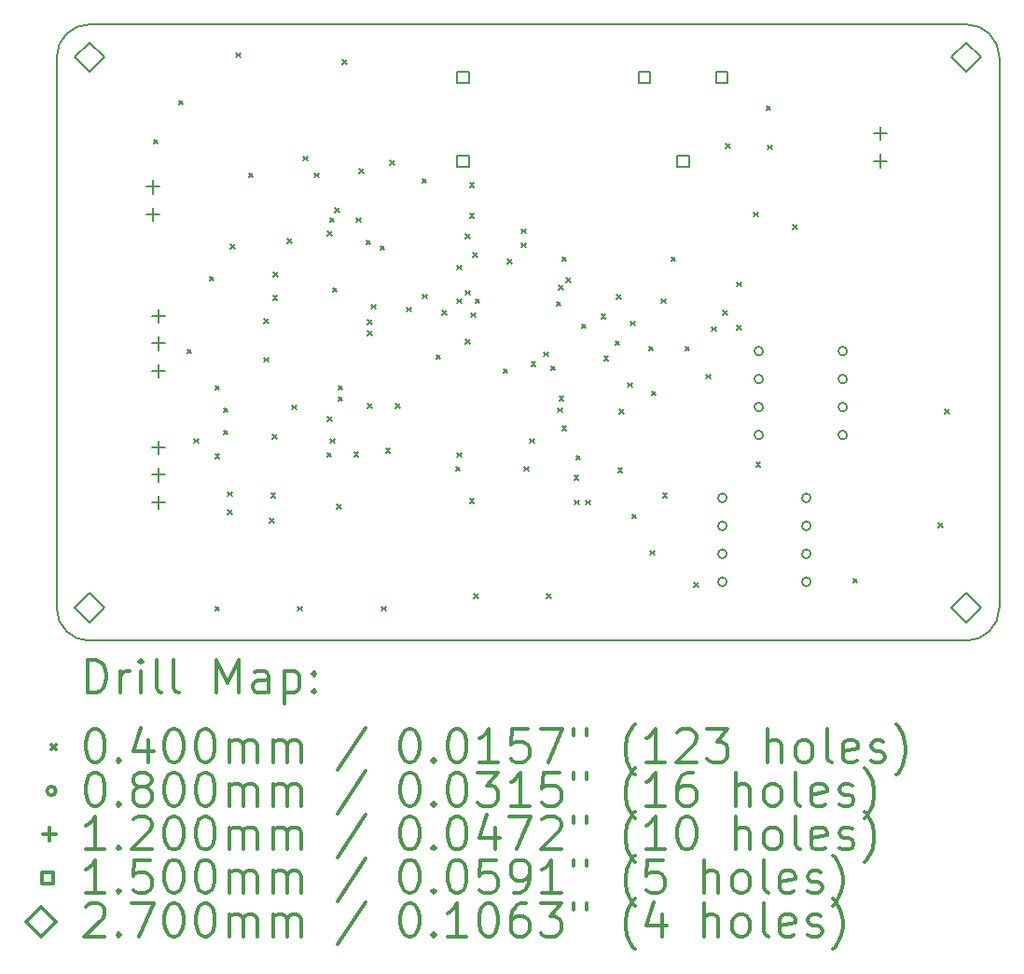
<source format=gbr>
%FSLAX45Y45*%
G04 Gerber Fmt 4.5, Leading zero omitted, Abs format (unit mm)*
G04 Created by KiCad (PCBNEW (5.1.10)-1) date 2022-02-21 21:55:54*
%MOMM*%
%LPD*%
G01*
G04 APERTURE LIST*
%TA.AperFunction,Profile*%
%ADD10C,0.150000*%
%TD*%
%ADD11C,0.200000*%
%ADD12C,0.300000*%
G04 APERTURE END LIST*
D10*
X15300000Y-15100000D02*
G75*
G02*
X15000000Y-14800000I0J300000D01*
G01*
X23558800Y-14800000D02*
G75*
G02*
X23258800Y-15100000I-300000J0D01*
G01*
X23258800Y-9500000D02*
G75*
G02*
X23558800Y-9800000I0J-300000D01*
G01*
X15000000Y-9800000D02*
G75*
G02*
X15300000Y-9500000I300000J0D01*
G01*
X15300000Y-9500000D02*
X23258800Y-9500000D01*
X15300000Y-15100000D02*
X23258800Y-15100000D01*
X23558800Y-9800000D02*
X23558800Y-14800000D01*
X15000000Y-9800000D02*
X15000000Y-14800000D01*
D11*
X15880400Y-10546400D02*
X15920400Y-10586400D01*
X15920400Y-10546400D02*
X15880400Y-10586400D01*
X16109000Y-10190800D02*
X16149000Y-10230800D01*
X16149000Y-10190800D02*
X16109000Y-10230800D01*
X16185200Y-12451400D02*
X16225200Y-12491400D01*
X16225200Y-12451400D02*
X16185200Y-12491400D01*
X16248700Y-13264200D02*
X16288700Y-13304200D01*
X16288700Y-13264200D02*
X16248700Y-13304200D01*
X16388400Y-11791000D02*
X16428400Y-11831000D01*
X16428400Y-11791000D02*
X16388400Y-11831000D01*
X16439200Y-12781600D02*
X16479200Y-12821600D01*
X16479200Y-12781600D02*
X16439200Y-12821600D01*
X16439200Y-13403900D02*
X16479200Y-13443900D01*
X16479200Y-13403900D02*
X16439200Y-13443900D01*
X16439200Y-14788200D02*
X16479200Y-14828200D01*
X16479200Y-14788200D02*
X16439200Y-14828200D01*
X16515400Y-12984800D02*
X16555400Y-13024800D01*
X16555400Y-12984800D02*
X16515400Y-13024800D01*
X16515400Y-13188000D02*
X16555400Y-13228000D01*
X16555400Y-13188000D02*
X16515400Y-13228000D01*
X16550001Y-13746800D02*
X16590001Y-13786800D01*
X16590001Y-13746800D02*
X16550001Y-13786800D01*
X16553500Y-13911900D02*
X16593500Y-13951900D01*
X16593500Y-13911900D02*
X16553500Y-13951900D01*
X16578900Y-11498900D02*
X16618900Y-11538900D01*
X16618900Y-11498900D02*
X16578900Y-11538900D01*
X16629700Y-9759000D02*
X16669700Y-9799000D01*
X16669700Y-9759000D02*
X16629700Y-9799000D01*
X16744000Y-10851200D02*
X16784000Y-10891200D01*
X16784000Y-10851200D02*
X16744000Y-10891200D01*
X16883700Y-12175003D02*
X16923700Y-12215003D01*
X16923700Y-12175003D02*
X16883700Y-12215003D01*
X16883700Y-12527600D02*
X16923700Y-12567600D01*
X16923700Y-12527600D02*
X16883700Y-12567600D01*
X16934500Y-13988100D02*
X16974500Y-14028100D01*
X16974500Y-13988100D02*
X16934500Y-14028100D01*
X16947200Y-13759500D02*
X16987200Y-13799500D01*
X16987200Y-13759500D02*
X16947200Y-13799500D01*
X16957360Y-13224543D02*
X16997360Y-13264543D01*
X16997360Y-13224543D02*
X16957360Y-13264543D01*
X16962941Y-11967209D02*
X17002941Y-12007209D01*
X17002941Y-11967209D02*
X16962941Y-12007209D01*
X16969998Y-11755356D02*
X17009998Y-11795356D01*
X17009998Y-11755356D02*
X16969998Y-11795356D01*
X17092055Y-11446355D02*
X17132055Y-11486355D01*
X17132055Y-11446355D02*
X17092055Y-11486355D01*
X17137700Y-12959400D02*
X17177700Y-12999400D01*
X17177700Y-12959400D02*
X17137700Y-12999400D01*
X17188500Y-14788200D02*
X17228500Y-14828200D01*
X17228500Y-14788200D02*
X17188500Y-14828200D01*
X17239300Y-10698800D02*
X17279300Y-10738800D01*
X17279300Y-10698800D02*
X17239300Y-10738800D01*
X17340900Y-10851200D02*
X17380900Y-10891200D01*
X17380900Y-10851200D02*
X17340900Y-10891200D01*
X17455200Y-13391200D02*
X17495200Y-13431200D01*
X17495200Y-13391200D02*
X17455200Y-13431200D01*
X17458699Y-13066943D02*
X17498699Y-13106943D01*
X17498699Y-13066943D02*
X17458699Y-13106943D01*
X17460661Y-11382739D02*
X17500661Y-11422739D01*
X17500661Y-11382739D02*
X17460661Y-11422739D01*
X17480600Y-11257600D02*
X17520600Y-11297600D01*
X17520600Y-11257600D02*
X17480600Y-11297600D01*
X17484099Y-13264200D02*
X17524099Y-13304200D01*
X17524099Y-13264200D02*
X17484099Y-13304200D01*
X17506000Y-11892600D02*
X17546000Y-11932600D01*
X17546000Y-11892600D02*
X17506000Y-11932600D01*
X17527385Y-11169218D02*
X17567385Y-11209218D01*
X17567385Y-11169218D02*
X17527385Y-11209218D01*
X17544100Y-13861100D02*
X17584100Y-13901100D01*
X17584100Y-13861100D02*
X17544100Y-13901100D01*
X17556800Y-12781600D02*
X17596800Y-12821600D01*
X17596800Y-12781600D02*
X17556800Y-12821600D01*
X17556800Y-12883200D02*
X17596800Y-12923200D01*
X17596800Y-12883200D02*
X17556800Y-12923200D01*
X17594900Y-9822500D02*
X17634900Y-9862500D01*
X17634900Y-9822500D02*
X17594900Y-9862500D01*
X17700250Y-13387450D02*
X17740250Y-13427450D01*
X17740250Y-13387450D02*
X17700250Y-13427450D01*
X17721900Y-11257600D02*
X17761900Y-11297600D01*
X17761900Y-11257600D02*
X17721900Y-11297600D01*
X17747300Y-10813100D02*
X17787300Y-10853100D01*
X17787300Y-10813100D02*
X17747300Y-10853100D01*
X17810800Y-11460800D02*
X17850800Y-11500800D01*
X17850800Y-11460800D02*
X17810800Y-11500800D01*
X17823500Y-12184700D02*
X17863500Y-12224700D01*
X17863500Y-12184700D02*
X17823500Y-12224700D01*
X17823500Y-12286300D02*
X17863500Y-12326300D01*
X17863500Y-12286300D02*
X17823500Y-12326300D01*
X17823500Y-12946700D02*
X17863500Y-12986700D01*
X17863500Y-12946700D02*
X17823500Y-12986700D01*
X17857798Y-12045000D02*
X17897798Y-12085000D01*
X17897798Y-12045000D02*
X17857798Y-12085000D01*
X17937800Y-11511600D02*
X17977800Y-11551600D01*
X17977800Y-11511600D02*
X17937800Y-11551600D01*
X17950500Y-14788200D02*
X17990500Y-14828200D01*
X17990500Y-14788200D02*
X17950500Y-14828200D01*
X17988600Y-13353100D02*
X18028600Y-13393100D01*
X18028600Y-13353100D02*
X17988600Y-13393100D01*
X18026700Y-10736900D02*
X18066700Y-10776900D01*
X18066700Y-10736900D02*
X18026700Y-10776900D01*
X18077500Y-12946700D02*
X18117500Y-12986700D01*
X18117500Y-12946700D02*
X18077500Y-12986700D01*
X18179100Y-12070400D02*
X18219100Y-12110400D01*
X18219100Y-12070400D02*
X18179100Y-12110400D01*
X18318800Y-10902000D02*
X18358800Y-10942000D01*
X18358800Y-10902000D02*
X18318800Y-10942000D01*
X18323880Y-11951020D02*
X18363880Y-11991020D01*
X18363880Y-11951020D02*
X18323880Y-11991020D01*
X18445800Y-12502200D02*
X18485800Y-12542200D01*
X18485800Y-12502200D02*
X18445800Y-12542200D01*
X18499629Y-12100571D02*
X18539629Y-12140571D01*
X18539629Y-12100571D02*
X18499629Y-12140571D01*
X18623600Y-13518200D02*
X18663600Y-13558200D01*
X18663600Y-13518200D02*
X18623600Y-13558200D01*
X18636300Y-11689400D02*
X18676300Y-11729400D01*
X18676300Y-11689400D02*
X18636300Y-11729400D01*
X18636300Y-11994200D02*
X18676300Y-12034200D01*
X18676300Y-11994200D02*
X18636300Y-12034200D01*
X18636300Y-13391200D02*
X18676300Y-13431200D01*
X18676300Y-13391200D02*
X18636300Y-13431200D01*
X18709001Y-11406501D02*
X18749001Y-11446501D01*
X18749001Y-11406501D02*
X18709001Y-11446501D01*
X18712500Y-11918000D02*
X18752500Y-11958000D01*
X18752500Y-11918000D02*
X18712500Y-11958000D01*
X18713701Y-12363701D02*
X18753701Y-12403701D01*
X18753701Y-12363701D02*
X18713701Y-12403701D01*
X18750600Y-10940100D02*
X18790600Y-10980100D01*
X18790600Y-10940100D02*
X18750600Y-10980100D01*
X18750600Y-11219500D02*
X18790600Y-11259500D01*
X18790600Y-11219500D02*
X18750600Y-11259500D01*
X18750600Y-13810300D02*
X18790600Y-13850300D01*
X18790600Y-13810300D02*
X18750600Y-13850300D01*
X18763300Y-12121200D02*
X18803300Y-12161200D01*
X18803300Y-12121200D02*
X18763300Y-12161200D01*
X18781702Y-11575100D02*
X18821702Y-11615100D01*
X18821702Y-11575100D02*
X18781702Y-11615100D01*
X18788700Y-14673900D02*
X18828700Y-14713900D01*
X18828700Y-14673900D02*
X18788700Y-14713900D01*
X18801400Y-11994200D02*
X18841400Y-12034200D01*
X18841400Y-11994200D02*
X18801400Y-12034200D01*
X19055400Y-12629200D02*
X19095400Y-12669200D01*
X19095400Y-12629200D02*
X19055400Y-12669200D01*
X19095043Y-11635361D02*
X19135043Y-11675361D01*
X19135043Y-11635361D02*
X19095043Y-11675361D01*
X19220500Y-11359200D02*
X19260500Y-11399200D01*
X19260500Y-11359200D02*
X19220500Y-11399200D01*
X19220500Y-11486200D02*
X19260500Y-11526200D01*
X19260500Y-11486200D02*
X19220500Y-11526200D01*
X19245900Y-13518200D02*
X19285900Y-13558200D01*
X19285900Y-13518200D02*
X19245900Y-13558200D01*
X19293201Y-13264200D02*
X19333201Y-13304200D01*
X19333201Y-13264200D02*
X19293201Y-13304200D01*
X19309400Y-12565700D02*
X19349400Y-12605700D01*
X19349400Y-12565700D02*
X19309400Y-12605700D01*
X19423700Y-12476800D02*
X19463700Y-12516800D01*
X19463700Y-12476800D02*
X19423700Y-12516800D01*
X19449100Y-14673900D02*
X19489100Y-14713900D01*
X19489100Y-14673900D02*
X19449100Y-14713900D01*
X19487200Y-12603800D02*
X19527200Y-12643800D01*
X19527200Y-12603800D02*
X19487200Y-12643800D01*
X19538000Y-12019600D02*
X19578000Y-12059600D01*
X19578000Y-12019600D02*
X19538000Y-12059600D01*
X19550700Y-12984800D02*
X19590700Y-13024800D01*
X19590700Y-12984800D02*
X19550700Y-13024800D01*
X19556189Y-11874411D02*
X19596189Y-11914411D01*
X19596189Y-11874411D02*
X19556189Y-11914411D01*
X19561800Y-12879199D02*
X19601800Y-12919199D01*
X19601800Y-12879199D02*
X19561800Y-12919199D01*
X19588800Y-11613200D02*
X19628800Y-11653200D01*
X19628800Y-11613200D02*
X19588800Y-11653200D01*
X19588800Y-13149900D02*
X19628800Y-13189900D01*
X19628800Y-13149900D02*
X19588800Y-13189900D01*
X19626900Y-11803700D02*
X19666900Y-11843700D01*
X19666900Y-11803700D02*
X19626900Y-11843700D01*
X19698208Y-13598037D02*
X19738208Y-13638037D01*
X19738208Y-13598037D02*
X19698208Y-13638037D01*
X19703100Y-13823000D02*
X19743100Y-13863000D01*
X19743100Y-13823000D02*
X19703100Y-13863000D01*
X19715800Y-13416600D02*
X19755800Y-13456600D01*
X19755800Y-13416600D02*
X19715800Y-13456600D01*
X19766600Y-12222800D02*
X19806600Y-12262800D01*
X19806600Y-12222800D02*
X19766600Y-12262800D01*
X19804700Y-13823000D02*
X19844700Y-13863000D01*
X19844700Y-13823000D02*
X19804700Y-13863000D01*
X19944400Y-12133900D02*
X19984400Y-12173900D01*
X19984400Y-12133900D02*
X19944400Y-12173900D01*
X19969800Y-12514900D02*
X20009800Y-12554900D01*
X20009800Y-12514900D02*
X19969800Y-12554900D01*
X20071400Y-12375200D02*
X20111400Y-12415200D01*
X20111400Y-12375200D02*
X20071400Y-12415200D01*
X20084100Y-11956100D02*
X20124100Y-11996100D01*
X20124100Y-11956100D02*
X20084100Y-11996100D01*
X20096800Y-13530900D02*
X20136800Y-13570900D01*
X20136800Y-13530900D02*
X20096800Y-13570900D01*
X20109500Y-12997500D02*
X20149500Y-13037500D01*
X20149500Y-12997500D02*
X20109500Y-13037500D01*
X20185700Y-12756200D02*
X20225700Y-12796200D01*
X20225700Y-12756200D02*
X20185700Y-12796200D01*
X20211100Y-12197400D02*
X20251100Y-12237400D01*
X20251100Y-12197400D02*
X20211100Y-12237400D01*
X20223800Y-13950000D02*
X20263800Y-13990000D01*
X20263800Y-13950000D02*
X20223800Y-13990000D01*
X20376200Y-12426000D02*
X20416200Y-12466000D01*
X20416200Y-12426000D02*
X20376200Y-12466000D01*
X20388900Y-14280200D02*
X20428900Y-14320200D01*
X20428900Y-14280200D02*
X20388900Y-14320200D01*
X20401600Y-12832400D02*
X20441600Y-12872400D01*
X20441600Y-12832400D02*
X20401600Y-12872400D01*
X20490500Y-11994200D02*
X20530500Y-12034200D01*
X20530500Y-11994200D02*
X20490500Y-12034200D01*
X20503200Y-13759500D02*
X20543200Y-13799500D01*
X20543200Y-13759500D02*
X20503200Y-13799500D01*
X20579400Y-11613200D02*
X20619400Y-11653200D01*
X20619400Y-11613200D02*
X20579400Y-11653200D01*
X20706400Y-12426000D02*
X20746400Y-12466000D01*
X20746400Y-12426000D02*
X20706400Y-12466000D01*
X20787680Y-14569760D02*
X20827680Y-14609760D01*
X20827680Y-14569760D02*
X20787680Y-14609760D01*
X20896900Y-12680000D02*
X20936900Y-12720000D01*
X20936900Y-12680000D02*
X20896900Y-12720000D01*
X20947700Y-12248200D02*
X20987700Y-12288200D01*
X20987700Y-12248200D02*
X20947700Y-12288200D01*
X21049300Y-12098848D02*
X21089300Y-12138848D01*
X21089300Y-12098848D02*
X21049300Y-12138848D01*
X21074700Y-10584500D02*
X21114700Y-10624500D01*
X21114700Y-10584500D02*
X21074700Y-10624500D01*
X21176300Y-11841800D02*
X21216300Y-11881800D01*
X21216300Y-11841800D02*
X21176300Y-11881800D01*
X21176300Y-12235500D02*
X21216300Y-12275500D01*
X21216300Y-12235500D02*
X21176300Y-12275500D01*
X21328700Y-11206800D02*
X21368700Y-11246800D01*
X21368700Y-11206800D02*
X21328700Y-11246800D01*
X21349020Y-13482640D02*
X21389020Y-13522640D01*
X21389020Y-13482640D02*
X21349020Y-13522640D01*
X21443000Y-10241600D02*
X21483000Y-10281600D01*
X21483000Y-10241600D02*
X21443000Y-10281600D01*
X21455700Y-10597200D02*
X21495700Y-10637200D01*
X21495700Y-10597200D02*
X21455700Y-10637200D01*
X21684300Y-11321100D02*
X21724300Y-11361100D01*
X21724300Y-11321100D02*
X21684300Y-11361100D01*
X22230400Y-14534200D02*
X22270400Y-14574200D01*
X22270400Y-14534200D02*
X22230400Y-14574200D01*
X23007640Y-14031280D02*
X23047640Y-14071280D01*
X23047640Y-14031280D02*
X23007640Y-14071280D01*
X23066060Y-12994960D02*
X23106060Y-13034960D01*
X23106060Y-12994960D02*
X23066060Y-13034960D01*
X21083900Y-13802360D02*
G75*
G03*
X21083900Y-13802360I-40000J0D01*
G01*
X21083900Y-14056360D02*
G75*
G03*
X21083900Y-14056360I-40000J0D01*
G01*
X21083900Y-14310360D02*
G75*
G03*
X21083900Y-14310360I-40000J0D01*
G01*
X21083900Y-14564360D02*
G75*
G03*
X21083900Y-14564360I-40000J0D01*
G01*
X21414100Y-12468860D02*
G75*
G03*
X21414100Y-12468860I-40000J0D01*
G01*
X21414100Y-12722860D02*
G75*
G03*
X21414100Y-12722860I-40000J0D01*
G01*
X21414100Y-12976860D02*
G75*
G03*
X21414100Y-12976860I-40000J0D01*
G01*
X21414100Y-13230860D02*
G75*
G03*
X21414100Y-13230860I-40000J0D01*
G01*
X21845900Y-13802360D02*
G75*
G03*
X21845900Y-13802360I-40000J0D01*
G01*
X21845900Y-14056360D02*
G75*
G03*
X21845900Y-14056360I-40000J0D01*
G01*
X21845900Y-14310360D02*
G75*
G03*
X21845900Y-14310360I-40000J0D01*
G01*
X21845900Y-14564360D02*
G75*
G03*
X21845900Y-14564360I-40000J0D01*
G01*
X22176100Y-12468860D02*
G75*
G03*
X22176100Y-12468860I-40000J0D01*
G01*
X22176100Y-12722860D02*
G75*
G03*
X22176100Y-12722860I-40000J0D01*
G01*
X22176100Y-12976860D02*
G75*
G03*
X22176100Y-12976860I-40000J0D01*
G01*
X22176100Y-13230860D02*
G75*
G03*
X22176100Y-13230860I-40000J0D01*
G01*
X15875000Y-10916800D02*
X15875000Y-11036800D01*
X15815000Y-10976800D02*
X15935000Y-10976800D01*
X15875000Y-11166800D02*
X15875000Y-11286800D01*
X15815000Y-11226800D02*
X15935000Y-11226800D01*
X15925800Y-12089200D02*
X15925800Y-12209200D01*
X15865800Y-12149200D02*
X15985800Y-12149200D01*
X15925800Y-12339200D02*
X15925800Y-12459200D01*
X15865800Y-12399200D02*
X15985800Y-12399200D01*
X15925800Y-12589200D02*
X15925800Y-12709200D01*
X15865800Y-12649200D02*
X15985800Y-12649200D01*
X15925800Y-13283000D02*
X15925800Y-13403000D01*
X15865800Y-13343000D02*
X15985800Y-13343000D01*
X15925800Y-13533000D02*
X15925800Y-13653000D01*
X15865800Y-13593000D02*
X15985800Y-13593000D01*
X15925800Y-13783000D02*
X15925800Y-13903000D01*
X15865800Y-13843000D02*
X15985800Y-13843000D01*
X22481540Y-10430200D02*
X22481540Y-10550200D01*
X22421540Y-10490200D02*
X22541540Y-10490200D01*
X22481540Y-10680200D02*
X22481540Y-10800200D01*
X22421540Y-10740200D02*
X22541540Y-10740200D01*
X18740834Y-10036234D02*
X18740834Y-9930167D01*
X18634767Y-9930167D01*
X18634767Y-10036234D01*
X18740834Y-10036234D01*
X18740834Y-10796234D02*
X18740834Y-10690167D01*
X18634767Y-10690167D01*
X18634767Y-10796234D01*
X18740834Y-10796234D01*
X20390834Y-10036234D02*
X20390834Y-9930167D01*
X20284767Y-9930167D01*
X20284767Y-10036234D01*
X20390834Y-10036234D01*
X20740834Y-10796234D02*
X20740834Y-10690167D01*
X20634767Y-10690167D01*
X20634767Y-10796234D01*
X20740834Y-10796234D01*
X21090834Y-10036234D02*
X21090834Y-9930167D01*
X20984767Y-9930167D01*
X20984767Y-10036234D01*
X21090834Y-10036234D01*
X15300000Y-9935000D02*
X15435000Y-9800000D01*
X15300000Y-9665000D01*
X15165000Y-9800000D01*
X15300000Y-9935000D01*
X15300000Y-14935000D02*
X15435000Y-14800000D01*
X15300000Y-14665000D01*
X15165000Y-14800000D01*
X15300000Y-14935000D01*
X23258800Y-9935000D02*
X23393800Y-9800000D01*
X23258800Y-9665000D01*
X23123800Y-9800000D01*
X23258800Y-9935000D01*
X23258800Y-14935000D02*
X23393800Y-14800000D01*
X23258800Y-14665000D01*
X23123800Y-14800000D01*
X23258800Y-14935000D01*
D12*
X15278928Y-15573214D02*
X15278928Y-15273214D01*
X15350357Y-15273214D01*
X15393214Y-15287500D01*
X15421786Y-15316071D01*
X15436071Y-15344643D01*
X15450357Y-15401786D01*
X15450357Y-15444643D01*
X15436071Y-15501786D01*
X15421786Y-15530357D01*
X15393214Y-15558929D01*
X15350357Y-15573214D01*
X15278928Y-15573214D01*
X15578928Y-15573214D02*
X15578928Y-15373214D01*
X15578928Y-15430357D02*
X15593214Y-15401786D01*
X15607500Y-15387500D01*
X15636071Y-15373214D01*
X15664643Y-15373214D01*
X15764643Y-15573214D02*
X15764643Y-15373214D01*
X15764643Y-15273214D02*
X15750357Y-15287500D01*
X15764643Y-15301786D01*
X15778928Y-15287500D01*
X15764643Y-15273214D01*
X15764643Y-15301786D01*
X15950357Y-15573214D02*
X15921786Y-15558929D01*
X15907500Y-15530357D01*
X15907500Y-15273214D01*
X16107500Y-15573214D02*
X16078928Y-15558929D01*
X16064643Y-15530357D01*
X16064643Y-15273214D01*
X16450357Y-15573214D02*
X16450357Y-15273214D01*
X16550357Y-15487500D01*
X16650357Y-15273214D01*
X16650357Y-15573214D01*
X16921786Y-15573214D02*
X16921786Y-15416071D01*
X16907500Y-15387500D01*
X16878928Y-15373214D01*
X16821786Y-15373214D01*
X16793214Y-15387500D01*
X16921786Y-15558929D02*
X16893214Y-15573214D01*
X16821786Y-15573214D01*
X16793214Y-15558929D01*
X16778928Y-15530357D01*
X16778928Y-15501786D01*
X16793214Y-15473214D01*
X16821786Y-15458929D01*
X16893214Y-15458929D01*
X16921786Y-15444643D01*
X17064643Y-15373214D02*
X17064643Y-15673214D01*
X17064643Y-15387500D02*
X17093214Y-15373214D01*
X17150357Y-15373214D01*
X17178928Y-15387500D01*
X17193214Y-15401786D01*
X17207500Y-15430357D01*
X17207500Y-15516071D01*
X17193214Y-15544643D01*
X17178928Y-15558929D01*
X17150357Y-15573214D01*
X17093214Y-15573214D01*
X17064643Y-15558929D01*
X17336071Y-15544643D02*
X17350357Y-15558929D01*
X17336071Y-15573214D01*
X17321786Y-15558929D01*
X17336071Y-15544643D01*
X17336071Y-15573214D01*
X17336071Y-15387500D02*
X17350357Y-15401786D01*
X17336071Y-15416071D01*
X17321786Y-15401786D01*
X17336071Y-15387500D01*
X17336071Y-15416071D01*
X14952500Y-16047500D02*
X14992500Y-16087500D01*
X14992500Y-16047500D02*
X14952500Y-16087500D01*
X15336071Y-15903214D02*
X15364643Y-15903214D01*
X15393214Y-15917500D01*
X15407500Y-15931786D01*
X15421786Y-15960357D01*
X15436071Y-16017500D01*
X15436071Y-16088929D01*
X15421786Y-16146071D01*
X15407500Y-16174643D01*
X15393214Y-16188929D01*
X15364643Y-16203214D01*
X15336071Y-16203214D01*
X15307500Y-16188929D01*
X15293214Y-16174643D01*
X15278928Y-16146071D01*
X15264643Y-16088929D01*
X15264643Y-16017500D01*
X15278928Y-15960357D01*
X15293214Y-15931786D01*
X15307500Y-15917500D01*
X15336071Y-15903214D01*
X15564643Y-16174643D02*
X15578928Y-16188929D01*
X15564643Y-16203214D01*
X15550357Y-16188929D01*
X15564643Y-16174643D01*
X15564643Y-16203214D01*
X15836071Y-16003214D02*
X15836071Y-16203214D01*
X15764643Y-15888929D02*
X15693214Y-16103214D01*
X15878928Y-16103214D01*
X16050357Y-15903214D02*
X16078928Y-15903214D01*
X16107500Y-15917500D01*
X16121786Y-15931786D01*
X16136071Y-15960357D01*
X16150357Y-16017500D01*
X16150357Y-16088929D01*
X16136071Y-16146071D01*
X16121786Y-16174643D01*
X16107500Y-16188929D01*
X16078928Y-16203214D01*
X16050357Y-16203214D01*
X16021786Y-16188929D01*
X16007500Y-16174643D01*
X15993214Y-16146071D01*
X15978928Y-16088929D01*
X15978928Y-16017500D01*
X15993214Y-15960357D01*
X16007500Y-15931786D01*
X16021786Y-15917500D01*
X16050357Y-15903214D01*
X16336071Y-15903214D02*
X16364643Y-15903214D01*
X16393214Y-15917500D01*
X16407500Y-15931786D01*
X16421786Y-15960357D01*
X16436071Y-16017500D01*
X16436071Y-16088929D01*
X16421786Y-16146071D01*
X16407500Y-16174643D01*
X16393214Y-16188929D01*
X16364643Y-16203214D01*
X16336071Y-16203214D01*
X16307500Y-16188929D01*
X16293214Y-16174643D01*
X16278928Y-16146071D01*
X16264643Y-16088929D01*
X16264643Y-16017500D01*
X16278928Y-15960357D01*
X16293214Y-15931786D01*
X16307500Y-15917500D01*
X16336071Y-15903214D01*
X16564643Y-16203214D02*
X16564643Y-16003214D01*
X16564643Y-16031786D02*
X16578928Y-16017500D01*
X16607500Y-16003214D01*
X16650357Y-16003214D01*
X16678928Y-16017500D01*
X16693214Y-16046071D01*
X16693214Y-16203214D01*
X16693214Y-16046071D02*
X16707500Y-16017500D01*
X16736071Y-16003214D01*
X16778928Y-16003214D01*
X16807500Y-16017500D01*
X16821786Y-16046071D01*
X16821786Y-16203214D01*
X16964643Y-16203214D02*
X16964643Y-16003214D01*
X16964643Y-16031786D02*
X16978928Y-16017500D01*
X17007500Y-16003214D01*
X17050357Y-16003214D01*
X17078928Y-16017500D01*
X17093214Y-16046071D01*
X17093214Y-16203214D01*
X17093214Y-16046071D02*
X17107500Y-16017500D01*
X17136071Y-16003214D01*
X17178928Y-16003214D01*
X17207500Y-16017500D01*
X17221786Y-16046071D01*
X17221786Y-16203214D01*
X17807500Y-15888929D02*
X17550357Y-16274643D01*
X18193214Y-15903214D02*
X18221786Y-15903214D01*
X18250357Y-15917500D01*
X18264643Y-15931786D01*
X18278928Y-15960357D01*
X18293214Y-16017500D01*
X18293214Y-16088929D01*
X18278928Y-16146071D01*
X18264643Y-16174643D01*
X18250357Y-16188929D01*
X18221786Y-16203214D01*
X18193214Y-16203214D01*
X18164643Y-16188929D01*
X18150357Y-16174643D01*
X18136071Y-16146071D01*
X18121786Y-16088929D01*
X18121786Y-16017500D01*
X18136071Y-15960357D01*
X18150357Y-15931786D01*
X18164643Y-15917500D01*
X18193214Y-15903214D01*
X18421786Y-16174643D02*
X18436071Y-16188929D01*
X18421786Y-16203214D01*
X18407500Y-16188929D01*
X18421786Y-16174643D01*
X18421786Y-16203214D01*
X18621786Y-15903214D02*
X18650357Y-15903214D01*
X18678928Y-15917500D01*
X18693214Y-15931786D01*
X18707500Y-15960357D01*
X18721786Y-16017500D01*
X18721786Y-16088929D01*
X18707500Y-16146071D01*
X18693214Y-16174643D01*
X18678928Y-16188929D01*
X18650357Y-16203214D01*
X18621786Y-16203214D01*
X18593214Y-16188929D01*
X18578928Y-16174643D01*
X18564643Y-16146071D01*
X18550357Y-16088929D01*
X18550357Y-16017500D01*
X18564643Y-15960357D01*
X18578928Y-15931786D01*
X18593214Y-15917500D01*
X18621786Y-15903214D01*
X19007500Y-16203214D02*
X18836071Y-16203214D01*
X18921786Y-16203214D02*
X18921786Y-15903214D01*
X18893214Y-15946071D01*
X18864643Y-15974643D01*
X18836071Y-15988929D01*
X19278928Y-15903214D02*
X19136071Y-15903214D01*
X19121786Y-16046071D01*
X19136071Y-16031786D01*
X19164643Y-16017500D01*
X19236071Y-16017500D01*
X19264643Y-16031786D01*
X19278928Y-16046071D01*
X19293214Y-16074643D01*
X19293214Y-16146071D01*
X19278928Y-16174643D01*
X19264643Y-16188929D01*
X19236071Y-16203214D01*
X19164643Y-16203214D01*
X19136071Y-16188929D01*
X19121786Y-16174643D01*
X19393214Y-15903214D02*
X19593214Y-15903214D01*
X19464643Y-16203214D01*
X19693214Y-15903214D02*
X19693214Y-15960357D01*
X19807500Y-15903214D02*
X19807500Y-15960357D01*
X20250357Y-16317500D02*
X20236071Y-16303214D01*
X20207500Y-16260357D01*
X20193214Y-16231786D01*
X20178928Y-16188929D01*
X20164643Y-16117500D01*
X20164643Y-16060357D01*
X20178928Y-15988929D01*
X20193214Y-15946071D01*
X20207500Y-15917500D01*
X20236071Y-15874643D01*
X20250357Y-15860357D01*
X20521786Y-16203214D02*
X20350357Y-16203214D01*
X20436071Y-16203214D02*
X20436071Y-15903214D01*
X20407500Y-15946071D01*
X20378928Y-15974643D01*
X20350357Y-15988929D01*
X20636071Y-15931786D02*
X20650357Y-15917500D01*
X20678928Y-15903214D01*
X20750357Y-15903214D01*
X20778928Y-15917500D01*
X20793214Y-15931786D01*
X20807500Y-15960357D01*
X20807500Y-15988929D01*
X20793214Y-16031786D01*
X20621786Y-16203214D01*
X20807500Y-16203214D01*
X20907500Y-15903214D02*
X21093214Y-15903214D01*
X20993214Y-16017500D01*
X21036071Y-16017500D01*
X21064643Y-16031786D01*
X21078928Y-16046071D01*
X21093214Y-16074643D01*
X21093214Y-16146071D01*
X21078928Y-16174643D01*
X21064643Y-16188929D01*
X21036071Y-16203214D01*
X20950357Y-16203214D01*
X20921786Y-16188929D01*
X20907500Y-16174643D01*
X21450357Y-16203214D02*
X21450357Y-15903214D01*
X21578928Y-16203214D02*
X21578928Y-16046071D01*
X21564643Y-16017500D01*
X21536071Y-16003214D01*
X21493214Y-16003214D01*
X21464643Y-16017500D01*
X21450357Y-16031786D01*
X21764643Y-16203214D02*
X21736071Y-16188929D01*
X21721786Y-16174643D01*
X21707500Y-16146071D01*
X21707500Y-16060357D01*
X21721786Y-16031786D01*
X21736071Y-16017500D01*
X21764643Y-16003214D01*
X21807500Y-16003214D01*
X21836071Y-16017500D01*
X21850357Y-16031786D01*
X21864643Y-16060357D01*
X21864643Y-16146071D01*
X21850357Y-16174643D01*
X21836071Y-16188929D01*
X21807500Y-16203214D01*
X21764643Y-16203214D01*
X22036071Y-16203214D02*
X22007500Y-16188929D01*
X21993214Y-16160357D01*
X21993214Y-15903214D01*
X22264643Y-16188929D02*
X22236071Y-16203214D01*
X22178928Y-16203214D01*
X22150357Y-16188929D01*
X22136071Y-16160357D01*
X22136071Y-16046071D01*
X22150357Y-16017500D01*
X22178928Y-16003214D01*
X22236071Y-16003214D01*
X22264643Y-16017500D01*
X22278928Y-16046071D01*
X22278928Y-16074643D01*
X22136071Y-16103214D01*
X22393214Y-16188929D02*
X22421786Y-16203214D01*
X22478928Y-16203214D01*
X22507500Y-16188929D01*
X22521786Y-16160357D01*
X22521786Y-16146071D01*
X22507500Y-16117500D01*
X22478928Y-16103214D01*
X22436071Y-16103214D01*
X22407500Y-16088929D01*
X22393214Y-16060357D01*
X22393214Y-16046071D01*
X22407500Y-16017500D01*
X22436071Y-16003214D01*
X22478928Y-16003214D01*
X22507500Y-16017500D01*
X22621786Y-16317500D02*
X22636071Y-16303214D01*
X22664643Y-16260357D01*
X22678928Y-16231786D01*
X22693214Y-16188929D01*
X22707500Y-16117500D01*
X22707500Y-16060357D01*
X22693214Y-15988929D01*
X22678928Y-15946071D01*
X22664643Y-15917500D01*
X22636071Y-15874643D01*
X22621786Y-15860357D01*
X14992500Y-16463500D02*
G75*
G03*
X14992500Y-16463500I-40000J0D01*
G01*
X15336071Y-16299214D02*
X15364643Y-16299214D01*
X15393214Y-16313500D01*
X15407500Y-16327786D01*
X15421786Y-16356357D01*
X15436071Y-16413500D01*
X15436071Y-16484929D01*
X15421786Y-16542071D01*
X15407500Y-16570643D01*
X15393214Y-16584929D01*
X15364643Y-16599214D01*
X15336071Y-16599214D01*
X15307500Y-16584929D01*
X15293214Y-16570643D01*
X15278928Y-16542071D01*
X15264643Y-16484929D01*
X15264643Y-16413500D01*
X15278928Y-16356357D01*
X15293214Y-16327786D01*
X15307500Y-16313500D01*
X15336071Y-16299214D01*
X15564643Y-16570643D02*
X15578928Y-16584929D01*
X15564643Y-16599214D01*
X15550357Y-16584929D01*
X15564643Y-16570643D01*
X15564643Y-16599214D01*
X15750357Y-16427786D02*
X15721786Y-16413500D01*
X15707500Y-16399214D01*
X15693214Y-16370643D01*
X15693214Y-16356357D01*
X15707500Y-16327786D01*
X15721786Y-16313500D01*
X15750357Y-16299214D01*
X15807500Y-16299214D01*
X15836071Y-16313500D01*
X15850357Y-16327786D01*
X15864643Y-16356357D01*
X15864643Y-16370643D01*
X15850357Y-16399214D01*
X15836071Y-16413500D01*
X15807500Y-16427786D01*
X15750357Y-16427786D01*
X15721786Y-16442071D01*
X15707500Y-16456357D01*
X15693214Y-16484929D01*
X15693214Y-16542071D01*
X15707500Y-16570643D01*
X15721786Y-16584929D01*
X15750357Y-16599214D01*
X15807500Y-16599214D01*
X15836071Y-16584929D01*
X15850357Y-16570643D01*
X15864643Y-16542071D01*
X15864643Y-16484929D01*
X15850357Y-16456357D01*
X15836071Y-16442071D01*
X15807500Y-16427786D01*
X16050357Y-16299214D02*
X16078928Y-16299214D01*
X16107500Y-16313500D01*
X16121786Y-16327786D01*
X16136071Y-16356357D01*
X16150357Y-16413500D01*
X16150357Y-16484929D01*
X16136071Y-16542071D01*
X16121786Y-16570643D01*
X16107500Y-16584929D01*
X16078928Y-16599214D01*
X16050357Y-16599214D01*
X16021786Y-16584929D01*
X16007500Y-16570643D01*
X15993214Y-16542071D01*
X15978928Y-16484929D01*
X15978928Y-16413500D01*
X15993214Y-16356357D01*
X16007500Y-16327786D01*
X16021786Y-16313500D01*
X16050357Y-16299214D01*
X16336071Y-16299214D02*
X16364643Y-16299214D01*
X16393214Y-16313500D01*
X16407500Y-16327786D01*
X16421786Y-16356357D01*
X16436071Y-16413500D01*
X16436071Y-16484929D01*
X16421786Y-16542071D01*
X16407500Y-16570643D01*
X16393214Y-16584929D01*
X16364643Y-16599214D01*
X16336071Y-16599214D01*
X16307500Y-16584929D01*
X16293214Y-16570643D01*
X16278928Y-16542071D01*
X16264643Y-16484929D01*
X16264643Y-16413500D01*
X16278928Y-16356357D01*
X16293214Y-16327786D01*
X16307500Y-16313500D01*
X16336071Y-16299214D01*
X16564643Y-16599214D02*
X16564643Y-16399214D01*
X16564643Y-16427786D02*
X16578928Y-16413500D01*
X16607500Y-16399214D01*
X16650357Y-16399214D01*
X16678928Y-16413500D01*
X16693214Y-16442071D01*
X16693214Y-16599214D01*
X16693214Y-16442071D02*
X16707500Y-16413500D01*
X16736071Y-16399214D01*
X16778928Y-16399214D01*
X16807500Y-16413500D01*
X16821786Y-16442071D01*
X16821786Y-16599214D01*
X16964643Y-16599214D02*
X16964643Y-16399214D01*
X16964643Y-16427786D02*
X16978928Y-16413500D01*
X17007500Y-16399214D01*
X17050357Y-16399214D01*
X17078928Y-16413500D01*
X17093214Y-16442071D01*
X17093214Y-16599214D01*
X17093214Y-16442071D02*
X17107500Y-16413500D01*
X17136071Y-16399214D01*
X17178928Y-16399214D01*
X17207500Y-16413500D01*
X17221786Y-16442071D01*
X17221786Y-16599214D01*
X17807500Y-16284929D02*
X17550357Y-16670643D01*
X18193214Y-16299214D02*
X18221786Y-16299214D01*
X18250357Y-16313500D01*
X18264643Y-16327786D01*
X18278928Y-16356357D01*
X18293214Y-16413500D01*
X18293214Y-16484929D01*
X18278928Y-16542071D01*
X18264643Y-16570643D01*
X18250357Y-16584929D01*
X18221786Y-16599214D01*
X18193214Y-16599214D01*
X18164643Y-16584929D01*
X18150357Y-16570643D01*
X18136071Y-16542071D01*
X18121786Y-16484929D01*
X18121786Y-16413500D01*
X18136071Y-16356357D01*
X18150357Y-16327786D01*
X18164643Y-16313500D01*
X18193214Y-16299214D01*
X18421786Y-16570643D02*
X18436071Y-16584929D01*
X18421786Y-16599214D01*
X18407500Y-16584929D01*
X18421786Y-16570643D01*
X18421786Y-16599214D01*
X18621786Y-16299214D02*
X18650357Y-16299214D01*
X18678928Y-16313500D01*
X18693214Y-16327786D01*
X18707500Y-16356357D01*
X18721786Y-16413500D01*
X18721786Y-16484929D01*
X18707500Y-16542071D01*
X18693214Y-16570643D01*
X18678928Y-16584929D01*
X18650357Y-16599214D01*
X18621786Y-16599214D01*
X18593214Y-16584929D01*
X18578928Y-16570643D01*
X18564643Y-16542071D01*
X18550357Y-16484929D01*
X18550357Y-16413500D01*
X18564643Y-16356357D01*
X18578928Y-16327786D01*
X18593214Y-16313500D01*
X18621786Y-16299214D01*
X18821786Y-16299214D02*
X19007500Y-16299214D01*
X18907500Y-16413500D01*
X18950357Y-16413500D01*
X18978928Y-16427786D01*
X18993214Y-16442071D01*
X19007500Y-16470643D01*
X19007500Y-16542071D01*
X18993214Y-16570643D01*
X18978928Y-16584929D01*
X18950357Y-16599214D01*
X18864643Y-16599214D01*
X18836071Y-16584929D01*
X18821786Y-16570643D01*
X19293214Y-16599214D02*
X19121786Y-16599214D01*
X19207500Y-16599214D02*
X19207500Y-16299214D01*
X19178928Y-16342071D01*
X19150357Y-16370643D01*
X19121786Y-16384929D01*
X19564643Y-16299214D02*
X19421786Y-16299214D01*
X19407500Y-16442071D01*
X19421786Y-16427786D01*
X19450357Y-16413500D01*
X19521786Y-16413500D01*
X19550357Y-16427786D01*
X19564643Y-16442071D01*
X19578928Y-16470643D01*
X19578928Y-16542071D01*
X19564643Y-16570643D01*
X19550357Y-16584929D01*
X19521786Y-16599214D01*
X19450357Y-16599214D01*
X19421786Y-16584929D01*
X19407500Y-16570643D01*
X19693214Y-16299214D02*
X19693214Y-16356357D01*
X19807500Y-16299214D02*
X19807500Y-16356357D01*
X20250357Y-16713500D02*
X20236071Y-16699214D01*
X20207500Y-16656357D01*
X20193214Y-16627786D01*
X20178928Y-16584929D01*
X20164643Y-16513500D01*
X20164643Y-16456357D01*
X20178928Y-16384929D01*
X20193214Y-16342071D01*
X20207500Y-16313500D01*
X20236071Y-16270643D01*
X20250357Y-16256357D01*
X20521786Y-16599214D02*
X20350357Y-16599214D01*
X20436071Y-16599214D02*
X20436071Y-16299214D01*
X20407500Y-16342071D01*
X20378928Y-16370643D01*
X20350357Y-16384929D01*
X20778928Y-16299214D02*
X20721786Y-16299214D01*
X20693214Y-16313500D01*
X20678928Y-16327786D01*
X20650357Y-16370643D01*
X20636071Y-16427786D01*
X20636071Y-16542071D01*
X20650357Y-16570643D01*
X20664643Y-16584929D01*
X20693214Y-16599214D01*
X20750357Y-16599214D01*
X20778928Y-16584929D01*
X20793214Y-16570643D01*
X20807500Y-16542071D01*
X20807500Y-16470643D01*
X20793214Y-16442071D01*
X20778928Y-16427786D01*
X20750357Y-16413500D01*
X20693214Y-16413500D01*
X20664643Y-16427786D01*
X20650357Y-16442071D01*
X20636071Y-16470643D01*
X21164643Y-16599214D02*
X21164643Y-16299214D01*
X21293214Y-16599214D02*
X21293214Y-16442071D01*
X21278928Y-16413500D01*
X21250357Y-16399214D01*
X21207500Y-16399214D01*
X21178928Y-16413500D01*
X21164643Y-16427786D01*
X21478928Y-16599214D02*
X21450357Y-16584929D01*
X21436071Y-16570643D01*
X21421786Y-16542071D01*
X21421786Y-16456357D01*
X21436071Y-16427786D01*
X21450357Y-16413500D01*
X21478928Y-16399214D01*
X21521786Y-16399214D01*
X21550357Y-16413500D01*
X21564643Y-16427786D01*
X21578928Y-16456357D01*
X21578928Y-16542071D01*
X21564643Y-16570643D01*
X21550357Y-16584929D01*
X21521786Y-16599214D01*
X21478928Y-16599214D01*
X21750357Y-16599214D02*
X21721786Y-16584929D01*
X21707500Y-16556357D01*
X21707500Y-16299214D01*
X21978928Y-16584929D02*
X21950357Y-16599214D01*
X21893214Y-16599214D01*
X21864643Y-16584929D01*
X21850357Y-16556357D01*
X21850357Y-16442071D01*
X21864643Y-16413500D01*
X21893214Y-16399214D01*
X21950357Y-16399214D01*
X21978928Y-16413500D01*
X21993214Y-16442071D01*
X21993214Y-16470643D01*
X21850357Y-16499214D01*
X22107500Y-16584929D02*
X22136071Y-16599214D01*
X22193214Y-16599214D01*
X22221786Y-16584929D01*
X22236071Y-16556357D01*
X22236071Y-16542071D01*
X22221786Y-16513500D01*
X22193214Y-16499214D01*
X22150357Y-16499214D01*
X22121786Y-16484929D01*
X22107500Y-16456357D01*
X22107500Y-16442071D01*
X22121786Y-16413500D01*
X22150357Y-16399214D01*
X22193214Y-16399214D01*
X22221786Y-16413500D01*
X22336071Y-16713500D02*
X22350357Y-16699214D01*
X22378928Y-16656357D01*
X22393214Y-16627786D01*
X22407500Y-16584929D01*
X22421786Y-16513500D01*
X22421786Y-16456357D01*
X22407500Y-16384929D01*
X22393214Y-16342071D01*
X22378928Y-16313500D01*
X22350357Y-16270643D01*
X22336071Y-16256357D01*
X14932500Y-16799500D02*
X14932500Y-16919500D01*
X14872500Y-16859500D02*
X14992500Y-16859500D01*
X15436071Y-16995214D02*
X15264643Y-16995214D01*
X15350357Y-16995214D02*
X15350357Y-16695214D01*
X15321786Y-16738071D01*
X15293214Y-16766643D01*
X15264643Y-16780929D01*
X15564643Y-16966643D02*
X15578928Y-16980929D01*
X15564643Y-16995214D01*
X15550357Y-16980929D01*
X15564643Y-16966643D01*
X15564643Y-16995214D01*
X15693214Y-16723786D02*
X15707500Y-16709500D01*
X15736071Y-16695214D01*
X15807500Y-16695214D01*
X15836071Y-16709500D01*
X15850357Y-16723786D01*
X15864643Y-16752357D01*
X15864643Y-16780929D01*
X15850357Y-16823786D01*
X15678928Y-16995214D01*
X15864643Y-16995214D01*
X16050357Y-16695214D02*
X16078928Y-16695214D01*
X16107500Y-16709500D01*
X16121786Y-16723786D01*
X16136071Y-16752357D01*
X16150357Y-16809500D01*
X16150357Y-16880929D01*
X16136071Y-16938072D01*
X16121786Y-16966643D01*
X16107500Y-16980929D01*
X16078928Y-16995214D01*
X16050357Y-16995214D01*
X16021786Y-16980929D01*
X16007500Y-16966643D01*
X15993214Y-16938072D01*
X15978928Y-16880929D01*
X15978928Y-16809500D01*
X15993214Y-16752357D01*
X16007500Y-16723786D01*
X16021786Y-16709500D01*
X16050357Y-16695214D01*
X16336071Y-16695214D02*
X16364643Y-16695214D01*
X16393214Y-16709500D01*
X16407500Y-16723786D01*
X16421786Y-16752357D01*
X16436071Y-16809500D01*
X16436071Y-16880929D01*
X16421786Y-16938072D01*
X16407500Y-16966643D01*
X16393214Y-16980929D01*
X16364643Y-16995214D01*
X16336071Y-16995214D01*
X16307500Y-16980929D01*
X16293214Y-16966643D01*
X16278928Y-16938072D01*
X16264643Y-16880929D01*
X16264643Y-16809500D01*
X16278928Y-16752357D01*
X16293214Y-16723786D01*
X16307500Y-16709500D01*
X16336071Y-16695214D01*
X16564643Y-16995214D02*
X16564643Y-16795214D01*
X16564643Y-16823786D02*
X16578928Y-16809500D01*
X16607500Y-16795214D01*
X16650357Y-16795214D01*
X16678928Y-16809500D01*
X16693214Y-16838072D01*
X16693214Y-16995214D01*
X16693214Y-16838072D02*
X16707500Y-16809500D01*
X16736071Y-16795214D01*
X16778928Y-16795214D01*
X16807500Y-16809500D01*
X16821786Y-16838072D01*
X16821786Y-16995214D01*
X16964643Y-16995214D02*
X16964643Y-16795214D01*
X16964643Y-16823786D02*
X16978928Y-16809500D01*
X17007500Y-16795214D01*
X17050357Y-16795214D01*
X17078928Y-16809500D01*
X17093214Y-16838072D01*
X17093214Y-16995214D01*
X17093214Y-16838072D02*
X17107500Y-16809500D01*
X17136071Y-16795214D01*
X17178928Y-16795214D01*
X17207500Y-16809500D01*
X17221786Y-16838072D01*
X17221786Y-16995214D01*
X17807500Y-16680929D02*
X17550357Y-17066643D01*
X18193214Y-16695214D02*
X18221786Y-16695214D01*
X18250357Y-16709500D01*
X18264643Y-16723786D01*
X18278928Y-16752357D01*
X18293214Y-16809500D01*
X18293214Y-16880929D01*
X18278928Y-16938072D01*
X18264643Y-16966643D01*
X18250357Y-16980929D01*
X18221786Y-16995214D01*
X18193214Y-16995214D01*
X18164643Y-16980929D01*
X18150357Y-16966643D01*
X18136071Y-16938072D01*
X18121786Y-16880929D01*
X18121786Y-16809500D01*
X18136071Y-16752357D01*
X18150357Y-16723786D01*
X18164643Y-16709500D01*
X18193214Y-16695214D01*
X18421786Y-16966643D02*
X18436071Y-16980929D01*
X18421786Y-16995214D01*
X18407500Y-16980929D01*
X18421786Y-16966643D01*
X18421786Y-16995214D01*
X18621786Y-16695214D02*
X18650357Y-16695214D01*
X18678928Y-16709500D01*
X18693214Y-16723786D01*
X18707500Y-16752357D01*
X18721786Y-16809500D01*
X18721786Y-16880929D01*
X18707500Y-16938072D01*
X18693214Y-16966643D01*
X18678928Y-16980929D01*
X18650357Y-16995214D01*
X18621786Y-16995214D01*
X18593214Y-16980929D01*
X18578928Y-16966643D01*
X18564643Y-16938072D01*
X18550357Y-16880929D01*
X18550357Y-16809500D01*
X18564643Y-16752357D01*
X18578928Y-16723786D01*
X18593214Y-16709500D01*
X18621786Y-16695214D01*
X18978928Y-16795214D02*
X18978928Y-16995214D01*
X18907500Y-16680929D02*
X18836071Y-16895214D01*
X19021786Y-16895214D01*
X19107500Y-16695214D02*
X19307500Y-16695214D01*
X19178928Y-16995214D01*
X19407500Y-16723786D02*
X19421786Y-16709500D01*
X19450357Y-16695214D01*
X19521786Y-16695214D01*
X19550357Y-16709500D01*
X19564643Y-16723786D01*
X19578928Y-16752357D01*
X19578928Y-16780929D01*
X19564643Y-16823786D01*
X19393214Y-16995214D01*
X19578928Y-16995214D01*
X19693214Y-16695214D02*
X19693214Y-16752357D01*
X19807500Y-16695214D02*
X19807500Y-16752357D01*
X20250357Y-17109500D02*
X20236071Y-17095214D01*
X20207500Y-17052357D01*
X20193214Y-17023786D01*
X20178928Y-16980929D01*
X20164643Y-16909500D01*
X20164643Y-16852357D01*
X20178928Y-16780929D01*
X20193214Y-16738071D01*
X20207500Y-16709500D01*
X20236071Y-16666643D01*
X20250357Y-16652357D01*
X20521786Y-16995214D02*
X20350357Y-16995214D01*
X20436071Y-16995214D02*
X20436071Y-16695214D01*
X20407500Y-16738071D01*
X20378928Y-16766643D01*
X20350357Y-16780929D01*
X20707500Y-16695214D02*
X20736071Y-16695214D01*
X20764643Y-16709500D01*
X20778928Y-16723786D01*
X20793214Y-16752357D01*
X20807500Y-16809500D01*
X20807500Y-16880929D01*
X20793214Y-16938072D01*
X20778928Y-16966643D01*
X20764643Y-16980929D01*
X20736071Y-16995214D01*
X20707500Y-16995214D01*
X20678928Y-16980929D01*
X20664643Y-16966643D01*
X20650357Y-16938072D01*
X20636071Y-16880929D01*
X20636071Y-16809500D01*
X20650357Y-16752357D01*
X20664643Y-16723786D01*
X20678928Y-16709500D01*
X20707500Y-16695214D01*
X21164643Y-16995214D02*
X21164643Y-16695214D01*
X21293214Y-16995214D02*
X21293214Y-16838072D01*
X21278928Y-16809500D01*
X21250357Y-16795214D01*
X21207500Y-16795214D01*
X21178928Y-16809500D01*
X21164643Y-16823786D01*
X21478928Y-16995214D02*
X21450357Y-16980929D01*
X21436071Y-16966643D01*
X21421786Y-16938072D01*
X21421786Y-16852357D01*
X21436071Y-16823786D01*
X21450357Y-16809500D01*
X21478928Y-16795214D01*
X21521786Y-16795214D01*
X21550357Y-16809500D01*
X21564643Y-16823786D01*
X21578928Y-16852357D01*
X21578928Y-16938072D01*
X21564643Y-16966643D01*
X21550357Y-16980929D01*
X21521786Y-16995214D01*
X21478928Y-16995214D01*
X21750357Y-16995214D02*
X21721786Y-16980929D01*
X21707500Y-16952357D01*
X21707500Y-16695214D01*
X21978928Y-16980929D02*
X21950357Y-16995214D01*
X21893214Y-16995214D01*
X21864643Y-16980929D01*
X21850357Y-16952357D01*
X21850357Y-16838072D01*
X21864643Y-16809500D01*
X21893214Y-16795214D01*
X21950357Y-16795214D01*
X21978928Y-16809500D01*
X21993214Y-16838072D01*
X21993214Y-16866643D01*
X21850357Y-16895214D01*
X22107500Y-16980929D02*
X22136071Y-16995214D01*
X22193214Y-16995214D01*
X22221786Y-16980929D01*
X22236071Y-16952357D01*
X22236071Y-16938072D01*
X22221786Y-16909500D01*
X22193214Y-16895214D01*
X22150357Y-16895214D01*
X22121786Y-16880929D01*
X22107500Y-16852357D01*
X22107500Y-16838072D01*
X22121786Y-16809500D01*
X22150357Y-16795214D01*
X22193214Y-16795214D01*
X22221786Y-16809500D01*
X22336071Y-17109500D02*
X22350357Y-17095214D01*
X22378928Y-17052357D01*
X22393214Y-17023786D01*
X22407500Y-16980929D01*
X22421786Y-16909500D01*
X22421786Y-16852357D01*
X22407500Y-16780929D01*
X22393214Y-16738071D01*
X22378928Y-16709500D01*
X22350357Y-16666643D01*
X22336071Y-16652357D01*
X14970533Y-17308534D02*
X14970533Y-17202467D01*
X14864466Y-17202467D01*
X14864466Y-17308534D01*
X14970533Y-17308534D01*
X15436071Y-17391214D02*
X15264643Y-17391214D01*
X15350357Y-17391214D02*
X15350357Y-17091214D01*
X15321786Y-17134072D01*
X15293214Y-17162643D01*
X15264643Y-17176929D01*
X15564643Y-17362643D02*
X15578928Y-17376929D01*
X15564643Y-17391214D01*
X15550357Y-17376929D01*
X15564643Y-17362643D01*
X15564643Y-17391214D01*
X15850357Y-17091214D02*
X15707500Y-17091214D01*
X15693214Y-17234072D01*
X15707500Y-17219786D01*
X15736071Y-17205500D01*
X15807500Y-17205500D01*
X15836071Y-17219786D01*
X15850357Y-17234072D01*
X15864643Y-17262643D01*
X15864643Y-17334072D01*
X15850357Y-17362643D01*
X15836071Y-17376929D01*
X15807500Y-17391214D01*
X15736071Y-17391214D01*
X15707500Y-17376929D01*
X15693214Y-17362643D01*
X16050357Y-17091214D02*
X16078928Y-17091214D01*
X16107500Y-17105500D01*
X16121786Y-17119786D01*
X16136071Y-17148357D01*
X16150357Y-17205500D01*
X16150357Y-17276929D01*
X16136071Y-17334072D01*
X16121786Y-17362643D01*
X16107500Y-17376929D01*
X16078928Y-17391214D01*
X16050357Y-17391214D01*
X16021786Y-17376929D01*
X16007500Y-17362643D01*
X15993214Y-17334072D01*
X15978928Y-17276929D01*
X15978928Y-17205500D01*
X15993214Y-17148357D01*
X16007500Y-17119786D01*
X16021786Y-17105500D01*
X16050357Y-17091214D01*
X16336071Y-17091214D02*
X16364643Y-17091214D01*
X16393214Y-17105500D01*
X16407500Y-17119786D01*
X16421786Y-17148357D01*
X16436071Y-17205500D01*
X16436071Y-17276929D01*
X16421786Y-17334072D01*
X16407500Y-17362643D01*
X16393214Y-17376929D01*
X16364643Y-17391214D01*
X16336071Y-17391214D01*
X16307500Y-17376929D01*
X16293214Y-17362643D01*
X16278928Y-17334072D01*
X16264643Y-17276929D01*
X16264643Y-17205500D01*
X16278928Y-17148357D01*
X16293214Y-17119786D01*
X16307500Y-17105500D01*
X16336071Y-17091214D01*
X16564643Y-17391214D02*
X16564643Y-17191214D01*
X16564643Y-17219786D02*
X16578928Y-17205500D01*
X16607500Y-17191214D01*
X16650357Y-17191214D01*
X16678928Y-17205500D01*
X16693214Y-17234072D01*
X16693214Y-17391214D01*
X16693214Y-17234072D02*
X16707500Y-17205500D01*
X16736071Y-17191214D01*
X16778928Y-17191214D01*
X16807500Y-17205500D01*
X16821786Y-17234072D01*
X16821786Y-17391214D01*
X16964643Y-17391214D02*
X16964643Y-17191214D01*
X16964643Y-17219786D02*
X16978928Y-17205500D01*
X17007500Y-17191214D01*
X17050357Y-17191214D01*
X17078928Y-17205500D01*
X17093214Y-17234072D01*
X17093214Y-17391214D01*
X17093214Y-17234072D02*
X17107500Y-17205500D01*
X17136071Y-17191214D01*
X17178928Y-17191214D01*
X17207500Y-17205500D01*
X17221786Y-17234072D01*
X17221786Y-17391214D01*
X17807500Y-17076929D02*
X17550357Y-17462643D01*
X18193214Y-17091214D02*
X18221786Y-17091214D01*
X18250357Y-17105500D01*
X18264643Y-17119786D01*
X18278928Y-17148357D01*
X18293214Y-17205500D01*
X18293214Y-17276929D01*
X18278928Y-17334072D01*
X18264643Y-17362643D01*
X18250357Y-17376929D01*
X18221786Y-17391214D01*
X18193214Y-17391214D01*
X18164643Y-17376929D01*
X18150357Y-17362643D01*
X18136071Y-17334072D01*
X18121786Y-17276929D01*
X18121786Y-17205500D01*
X18136071Y-17148357D01*
X18150357Y-17119786D01*
X18164643Y-17105500D01*
X18193214Y-17091214D01*
X18421786Y-17362643D02*
X18436071Y-17376929D01*
X18421786Y-17391214D01*
X18407500Y-17376929D01*
X18421786Y-17362643D01*
X18421786Y-17391214D01*
X18621786Y-17091214D02*
X18650357Y-17091214D01*
X18678928Y-17105500D01*
X18693214Y-17119786D01*
X18707500Y-17148357D01*
X18721786Y-17205500D01*
X18721786Y-17276929D01*
X18707500Y-17334072D01*
X18693214Y-17362643D01*
X18678928Y-17376929D01*
X18650357Y-17391214D01*
X18621786Y-17391214D01*
X18593214Y-17376929D01*
X18578928Y-17362643D01*
X18564643Y-17334072D01*
X18550357Y-17276929D01*
X18550357Y-17205500D01*
X18564643Y-17148357D01*
X18578928Y-17119786D01*
X18593214Y-17105500D01*
X18621786Y-17091214D01*
X18993214Y-17091214D02*
X18850357Y-17091214D01*
X18836071Y-17234072D01*
X18850357Y-17219786D01*
X18878928Y-17205500D01*
X18950357Y-17205500D01*
X18978928Y-17219786D01*
X18993214Y-17234072D01*
X19007500Y-17262643D01*
X19007500Y-17334072D01*
X18993214Y-17362643D01*
X18978928Y-17376929D01*
X18950357Y-17391214D01*
X18878928Y-17391214D01*
X18850357Y-17376929D01*
X18836071Y-17362643D01*
X19150357Y-17391214D02*
X19207500Y-17391214D01*
X19236071Y-17376929D01*
X19250357Y-17362643D01*
X19278928Y-17319786D01*
X19293214Y-17262643D01*
X19293214Y-17148357D01*
X19278928Y-17119786D01*
X19264643Y-17105500D01*
X19236071Y-17091214D01*
X19178928Y-17091214D01*
X19150357Y-17105500D01*
X19136071Y-17119786D01*
X19121786Y-17148357D01*
X19121786Y-17219786D01*
X19136071Y-17248357D01*
X19150357Y-17262643D01*
X19178928Y-17276929D01*
X19236071Y-17276929D01*
X19264643Y-17262643D01*
X19278928Y-17248357D01*
X19293214Y-17219786D01*
X19578928Y-17391214D02*
X19407500Y-17391214D01*
X19493214Y-17391214D02*
X19493214Y-17091214D01*
X19464643Y-17134072D01*
X19436071Y-17162643D01*
X19407500Y-17176929D01*
X19693214Y-17091214D02*
X19693214Y-17148357D01*
X19807500Y-17091214D02*
X19807500Y-17148357D01*
X20250357Y-17505500D02*
X20236071Y-17491214D01*
X20207500Y-17448357D01*
X20193214Y-17419786D01*
X20178928Y-17376929D01*
X20164643Y-17305500D01*
X20164643Y-17248357D01*
X20178928Y-17176929D01*
X20193214Y-17134072D01*
X20207500Y-17105500D01*
X20236071Y-17062643D01*
X20250357Y-17048357D01*
X20507500Y-17091214D02*
X20364643Y-17091214D01*
X20350357Y-17234072D01*
X20364643Y-17219786D01*
X20393214Y-17205500D01*
X20464643Y-17205500D01*
X20493214Y-17219786D01*
X20507500Y-17234072D01*
X20521786Y-17262643D01*
X20521786Y-17334072D01*
X20507500Y-17362643D01*
X20493214Y-17376929D01*
X20464643Y-17391214D01*
X20393214Y-17391214D01*
X20364643Y-17376929D01*
X20350357Y-17362643D01*
X20878928Y-17391214D02*
X20878928Y-17091214D01*
X21007500Y-17391214D02*
X21007500Y-17234072D01*
X20993214Y-17205500D01*
X20964643Y-17191214D01*
X20921786Y-17191214D01*
X20893214Y-17205500D01*
X20878928Y-17219786D01*
X21193214Y-17391214D02*
X21164643Y-17376929D01*
X21150357Y-17362643D01*
X21136071Y-17334072D01*
X21136071Y-17248357D01*
X21150357Y-17219786D01*
X21164643Y-17205500D01*
X21193214Y-17191214D01*
X21236071Y-17191214D01*
X21264643Y-17205500D01*
X21278928Y-17219786D01*
X21293214Y-17248357D01*
X21293214Y-17334072D01*
X21278928Y-17362643D01*
X21264643Y-17376929D01*
X21236071Y-17391214D01*
X21193214Y-17391214D01*
X21464643Y-17391214D02*
X21436071Y-17376929D01*
X21421786Y-17348357D01*
X21421786Y-17091214D01*
X21693214Y-17376929D02*
X21664643Y-17391214D01*
X21607500Y-17391214D01*
X21578928Y-17376929D01*
X21564643Y-17348357D01*
X21564643Y-17234072D01*
X21578928Y-17205500D01*
X21607500Y-17191214D01*
X21664643Y-17191214D01*
X21693214Y-17205500D01*
X21707500Y-17234072D01*
X21707500Y-17262643D01*
X21564643Y-17291214D01*
X21821786Y-17376929D02*
X21850357Y-17391214D01*
X21907500Y-17391214D01*
X21936071Y-17376929D01*
X21950357Y-17348357D01*
X21950357Y-17334072D01*
X21936071Y-17305500D01*
X21907500Y-17291214D01*
X21864643Y-17291214D01*
X21836071Y-17276929D01*
X21821786Y-17248357D01*
X21821786Y-17234072D01*
X21836071Y-17205500D01*
X21864643Y-17191214D01*
X21907500Y-17191214D01*
X21936071Y-17205500D01*
X22050357Y-17505500D02*
X22064643Y-17491214D01*
X22093214Y-17448357D01*
X22107500Y-17419786D01*
X22121786Y-17376929D01*
X22136071Y-17305500D01*
X22136071Y-17248357D01*
X22121786Y-17176929D01*
X22107500Y-17134072D01*
X22093214Y-17105500D01*
X22064643Y-17062643D01*
X22050357Y-17048357D01*
X14857500Y-17786500D02*
X14992500Y-17651500D01*
X14857500Y-17516500D01*
X14722500Y-17651500D01*
X14857500Y-17786500D01*
X15264643Y-17515786D02*
X15278928Y-17501500D01*
X15307500Y-17487214D01*
X15378928Y-17487214D01*
X15407500Y-17501500D01*
X15421786Y-17515786D01*
X15436071Y-17544357D01*
X15436071Y-17572929D01*
X15421786Y-17615786D01*
X15250357Y-17787214D01*
X15436071Y-17787214D01*
X15564643Y-17758643D02*
X15578928Y-17772929D01*
X15564643Y-17787214D01*
X15550357Y-17772929D01*
X15564643Y-17758643D01*
X15564643Y-17787214D01*
X15678928Y-17487214D02*
X15878928Y-17487214D01*
X15750357Y-17787214D01*
X16050357Y-17487214D02*
X16078928Y-17487214D01*
X16107500Y-17501500D01*
X16121786Y-17515786D01*
X16136071Y-17544357D01*
X16150357Y-17601500D01*
X16150357Y-17672929D01*
X16136071Y-17730072D01*
X16121786Y-17758643D01*
X16107500Y-17772929D01*
X16078928Y-17787214D01*
X16050357Y-17787214D01*
X16021786Y-17772929D01*
X16007500Y-17758643D01*
X15993214Y-17730072D01*
X15978928Y-17672929D01*
X15978928Y-17601500D01*
X15993214Y-17544357D01*
X16007500Y-17515786D01*
X16021786Y-17501500D01*
X16050357Y-17487214D01*
X16336071Y-17487214D02*
X16364643Y-17487214D01*
X16393214Y-17501500D01*
X16407500Y-17515786D01*
X16421786Y-17544357D01*
X16436071Y-17601500D01*
X16436071Y-17672929D01*
X16421786Y-17730072D01*
X16407500Y-17758643D01*
X16393214Y-17772929D01*
X16364643Y-17787214D01*
X16336071Y-17787214D01*
X16307500Y-17772929D01*
X16293214Y-17758643D01*
X16278928Y-17730072D01*
X16264643Y-17672929D01*
X16264643Y-17601500D01*
X16278928Y-17544357D01*
X16293214Y-17515786D01*
X16307500Y-17501500D01*
X16336071Y-17487214D01*
X16564643Y-17787214D02*
X16564643Y-17587214D01*
X16564643Y-17615786D02*
X16578928Y-17601500D01*
X16607500Y-17587214D01*
X16650357Y-17587214D01*
X16678928Y-17601500D01*
X16693214Y-17630072D01*
X16693214Y-17787214D01*
X16693214Y-17630072D02*
X16707500Y-17601500D01*
X16736071Y-17587214D01*
X16778928Y-17587214D01*
X16807500Y-17601500D01*
X16821786Y-17630072D01*
X16821786Y-17787214D01*
X16964643Y-17787214D02*
X16964643Y-17587214D01*
X16964643Y-17615786D02*
X16978928Y-17601500D01*
X17007500Y-17587214D01*
X17050357Y-17587214D01*
X17078928Y-17601500D01*
X17093214Y-17630072D01*
X17093214Y-17787214D01*
X17093214Y-17630072D02*
X17107500Y-17601500D01*
X17136071Y-17587214D01*
X17178928Y-17587214D01*
X17207500Y-17601500D01*
X17221786Y-17630072D01*
X17221786Y-17787214D01*
X17807500Y-17472929D02*
X17550357Y-17858643D01*
X18193214Y-17487214D02*
X18221786Y-17487214D01*
X18250357Y-17501500D01*
X18264643Y-17515786D01*
X18278928Y-17544357D01*
X18293214Y-17601500D01*
X18293214Y-17672929D01*
X18278928Y-17730072D01*
X18264643Y-17758643D01*
X18250357Y-17772929D01*
X18221786Y-17787214D01*
X18193214Y-17787214D01*
X18164643Y-17772929D01*
X18150357Y-17758643D01*
X18136071Y-17730072D01*
X18121786Y-17672929D01*
X18121786Y-17601500D01*
X18136071Y-17544357D01*
X18150357Y-17515786D01*
X18164643Y-17501500D01*
X18193214Y-17487214D01*
X18421786Y-17758643D02*
X18436071Y-17772929D01*
X18421786Y-17787214D01*
X18407500Y-17772929D01*
X18421786Y-17758643D01*
X18421786Y-17787214D01*
X18721786Y-17787214D02*
X18550357Y-17787214D01*
X18636071Y-17787214D02*
X18636071Y-17487214D01*
X18607500Y-17530072D01*
X18578928Y-17558643D01*
X18550357Y-17572929D01*
X18907500Y-17487214D02*
X18936071Y-17487214D01*
X18964643Y-17501500D01*
X18978928Y-17515786D01*
X18993214Y-17544357D01*
X19007500Y-17601500D01*
X19007500Y-17672929D01*
X18993214Y-17730072D01*
X18978928Y-17758643D01*
X18964643Y-17772929D01*
X18936071Y-17787214D01*
X18907500Y-17787214D01*
X18878928Y-17772929D01*
X18864643Y-17758643D01*
X18850357Y-17730072D01*
X18836071Y-17672929D01*
X18836071Y-17601500D01*
X18850357Y-17544357D01*
X18864643Y-17515786D01*
X18878928Y-17501500D01*
X18907500Y-17487214D01*
X19264643Y-17487214D02*
X19207500Y-17487214D01*
X19178928Y-17501500D01*
X19164643Y-17515786D01*
X19136071Y-17558643D01*
X19121786Y-17615786D01*
X19121786Y-17730072D01*
X19136071Y-17758643D01*
X19150357Y-17772929D01*
X19178928Y-17787214D01*
X19236071Y-17787214D01*
X19264643Y-17772929D01*
X19278928Y-17758643D01*
X19293214Y-17730072D01*
X19293214Y-17658643D01*
X19278928Y-17630072D01*
X19264643Y-17615786D01*
X19236071Y-17601500D01*
X19178928Y-17601500D01*
X19150357Y-17615786D01*
X19136071Y-17630072D01*
X19121786Y-17658643D01*
X19393214Y-17487214D02*
X19578928Y-17487214D01*
X19478928Y-17601500D01*
X19521786Y-17601500D01*
X19550357Y-17615786D01*
X19564643Y-17630072D01*
X19578928Y-17658643D01*
X19578928Y-17730072D01*
X19564643Y-17758643D01*
X19550357Y-17772929D01*
X19521786Y-17787214D01*
X19436071Y-17787214D01*
X19407500Y-17772929D01*
X19393214Y-17758643D01*
X19693214Y-17487214D02*
X19693214Y-17544357D01*
X19807500Y-17487214D02*
X19807500Y-17544357D01*
X20250357Y-17901500D02*
X20236071Y-17887214D01*
X20207500Y-17844357D01*
X20193214Y-17815786D01*
X20178928Y-17772929D01*
X20164643Y-17701500D01*
X20164643Y-17644357D01*
X20178928Y-17572929D01*
X20193214Y-17530072D01*
X20207500Y-17501500D01*
X20236071Y-17458643D01*
X20250357Y-17444357D01*
X20493214Y-17587214D02*
X20493214Y-17787214D01*
X20421786Y-17472929D02*
X20350357Y-17687214D01*
X20536071Y-17687214D01*
X20878928Y-17787214D02*
X20878928Y-17487214D01*
X21007500Y-17787214D02*
X21007500Y-17630072D01*
X20993214Y-17601500D01*
X20964643Y-17587214D01*
X20921786Y-17587214D01*
X20893214Y-17601500D01*
X20878928Y-17615786D01*
X21193214Y-17787214D02*
X21164643Y-17772929D01*
X21150357Y-17758643D01*
X21136071Y-17730072D01*
X21136071Y-17644357D01*
X21150357Y-17615786D01*
X21164643Y-17601500D01*
X21193214Y-17587214D01*
X21236071Y-17587214D01*
X21264643Y-17601500D01*
X21278928Y-17615786D01*
X21293214Y-17644357D01*
X21293214Y-17730072D01*
X21278928Y-17758643D01*
X21264643Y-17772929D01*
X21236071Y-17787214D01*
X21193214Y-17787214D01*
X21464643Y-17787214D02*
X21436071Y-17772929D01*
X21421786Y-17744357D01*
X21421786Y-17487214D01*
X21693214Y-17772929D02*
X21664643Y-17787214D01*
X21607500Y-17787214D01*
X21578928Y-17772929D01*
X21564643Y-17744357D01*
X21564643Y-17630072D01*
X21578928Y-17601500D01*
X21607500Y-17587214D01*
X21664643Y-17587214D01*
X21693214Y-17601500D01*
X21707500Y-17630072D01*
X21707500Y-17658643D01*
X21564643Y-17687214D01*
X21821786Y-17772929D02*
X21850357Y-17787214D01*
X21907500Y-17787214D01*
X21936071Y-17772929D01*
X21950357Y-17744357D01*
X21950357Y-17730072D01*
X21936071Y-17701500D01*
X21907500Y-17687214D01*
X21864643Y-17687214D01*
X21836071Y-17672929D01*
X21821786Y-17644357D01*
X21821786Y-17630072D01*
X21836071Y-17601500D01*
X21864643Y-17587214D01*
X21907500Y-17587214D01*
X21936071Y-17601500D01*
X22050357Y-17901500D02*
X22064643Y-17887214D01*
X22093214Y-17844357D01*
X22107500Y-17815786D01*
X22121786Y-17772929D01*
X22136071Y-17701500D01*
X22136071Y-17644357D01*
X22121786Y-17572929D01*
X22107500Y-17530072D01*
X22093214Y-17501500D01*
X22064643Y-17458643D01*
X22050357Y-17444357D01*
M02*

</source>
